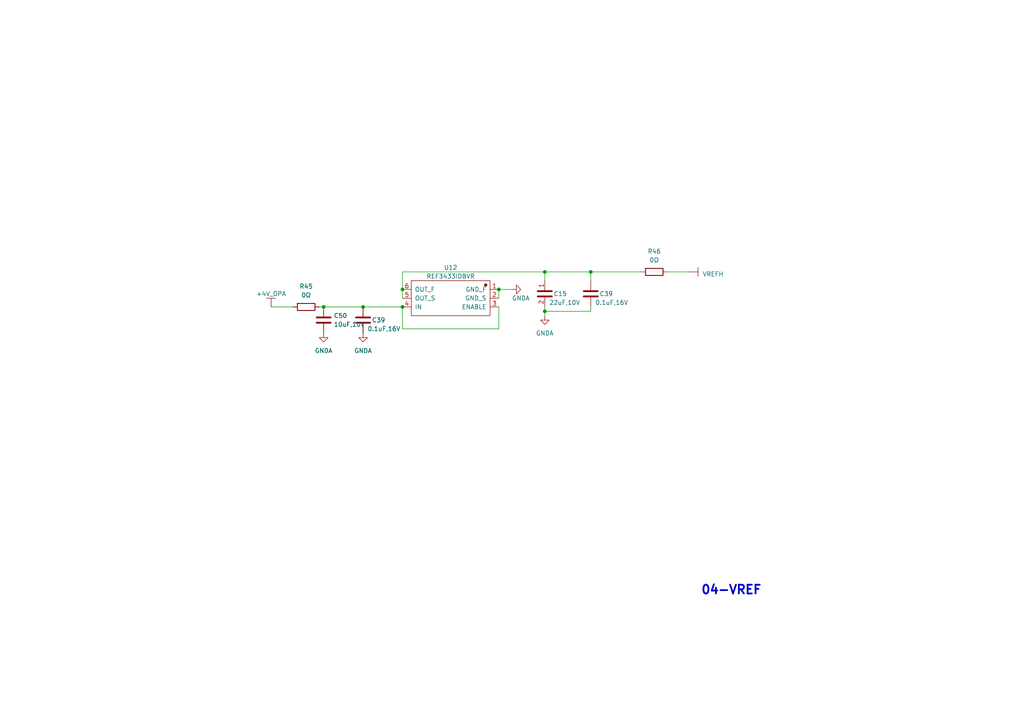
<source format=kicad_sch>
(kicad_sch (version 20230121) (generator eeschema)
  (paper "A4")
  (lib_symbols
    (symbol "00_HPM_power:+4V_OPA" (power) (pin_numbers hide) (pin_names (offset 0) hide) (in_bom no) (on_board no)
      (property "Value" "+4V_OPA" (at 0 3.81 0))
      (symbol "+4V_OPA_0_1"
        (polyline (pts (xy -1.27 2.54) (xy 1.27 2.54)))
      )
      (symbol "+4V_OPA_1_1"
        (pin power_in line (at 0 0 90) (length 2.54) (name "+4V_OPA") (number "1"))
      )
    )
    (symbol "00_HPM_power:GNDA" (power) (pin_names (offset 0))
      (property "Value" "GNDA" (at 0 -5.08 0))
      (symbol "GNDA_0_1"
        (polyline (pts (xy 0 0) (xy 0 -1.27) (xy 1.27 -1.27) (xy 0 -2.54) (xy -1.27 -1.27) (xy 0 -1.27)))
      )
      (symbol "GNDA_1_1"
        (pin power_in line (at 0 0 270) (length 0) hide (name "GNDA") (number "1"))
      )
    )
    (symbol "00_HPM_power:VREFH" (power) (pin_numbers hide) (pin_names (offset 0) hide) (in_bom no) (on_board no)
      (property "Value" "VREFH" (at 0 3.81 0))
      (symbol "VREFH_0_1"
        (polyline (pts (xy -1.27 2.54) (xy 1.27 2.54)))
      )
      (symbol "VREFH_1_1"
        (pin power_in line (at 0 0 90) (length 2.54) (name "VREFH") (number "1"))
      )
    )
    (symbol "02_HPM_Resistor:0Ω_0402" (pin_numbers hide) (pin_names (offset 0))
      (property "Reference" "R" (at 0 5.08 0))
      (property "Value" "0Ω" (at 0 8.89 0))
      (symbol "0Ω_0402_0_1"
        (rectangle (start 2.54 -1.016) (end -2.54 1.016) (stroke (width 0.254)))
      )
      (symbol "0Ω_0402_1_1"
        (pin passive line (at -3.81 0 0) (length 1.27) (name "~") (number "1"))
        (pin passive line (at 3.81 0 180) (length 1.27) (name "~") (number "2"))
      )
    )
    (symbol "03_HPM_Capacitance:0.1uF,16V_0402" (pin_numbers hide) (pin_names (offset 0.254))
      (property "Reference" "C" (at -1.27 10.16 0))
      (property "Value" "0.1uF,16V" (at -5.08 12.7 0))
      (symbol "0.1uF,16V_0402_0_1"
        (polyline (pts (xy -2.032 -0.762) (xy 2.032 -0.762)) (stroke (width 0.508)))
        (polyline (pts (xy -2.032 0.762) (xy 2.032 0.762)) (stroke (width 0.508)))
      )
      (symbol "0.1uF,16V_0402_1_1"
        (pin passive line (at 0 3.81 270) (length 2.794) (name "~") (number "1"))
        (pin passive line (at 0 -3.81 90) (length 2.794) (name "~") (number "2"))
      )
    )
    (symbol "03_HPM_Capacitance:10uF,10V_0402" (pin_numbers hide) (pin_names (offset 0.254))
      (property "Reference" "C" (at -3.81 15.24 0))
      (property "Value" "10uF,10V" (at -3.81 10.16 0))
      (symbol "10uF,10V_0402_0_1"
        (polyline (pts (xy -2.032 -0.762) (xy 2.032 -0.762)) (stroke (width 0.508)))
        (polyline (pts (xy -2.032 0.762) (xy 2.032 0.762)) (stroke (width 0.508)))
      )
      (symbol "10uF,10V_0402_1_1"
        (pin passive line (at 0 3.81 270) (length 2.794) (name "~") (number "1"))
        (pin passive line (at 0 -3.81 90) (length 2.794) (name "~") (number "2"))
      )
    )
    (symbol "03_HPM_Capacitance:22uF,10V_0805"
      (property "Reference" "C" (at 0 8.89 0))
      (property "Value" "22uF,10V" (at 0 13.97 0))
      (symbol "22uF,10V_0805_0_1"
        (polyline (pts (xy -2.032 -0.762) (xy 2.032 -0.762)) (stroke (width 0.508)))
        (polyline (pts (xy -2.032 0.762) (xy 2.032 0.762)) (stroke (width 0.508)))
      )
      (symbol "22uF,10V_0805_1_1"
        (pin passive line (at 0 3.81 270) (length 2.794) (name "~") (number "1"))
        (pin passive line (at 0 -3.81 90) (length 2.794) (name "~") (number "2"))
      )
    )
    (symbol "15_HPM_Libing:REF3433IDBVR" (pin_names (offset 1.016))
      (property "Reference" "U?" (at 0 7.6962 0))
      (property "Value" "REF3433IDBVR" (at 0 12.7762 0))
      (symbol "REF3433IDBVR_1_1"
        (rectangle (start -11.43 5.08) (end 11.43 -5.08) (stroke (width 0.1524)))
        (circle (center -10.16 3.81) (radius 0.381) (stroke (width 0.1524)) (fill (type outline)))
        (pin input line (at -13.97 2.54 0) (length 2.54) (name "GND_F") (number "1"))
        (pin input line (at -13.97 0 0) (length 2.54) (name "GND_S") (number "2"))
        (pin input line (at -13.97 -2.54 0) (length 2.54) (name "ENABLE") (number "3"))
        (pin input line (at 13.97 -2.54 180) (length 2.54) (name "IN") (number "4"))
        (pin input line (at 13.97 0 180) (length 2.54) (name "OUT_S") (number "5"))
        (pin input line (at 13.97 2.54 180) (length 2.54) (name "OUT_F") (number "6"))
      )
    )
  )
  (junction (at 158.0134 90.297))
  (junction (at 158.0134 78.867))
  (junction (at 105.3084 89.027))
  (junction (at 93.8784 89.027))
  (junction (at 171.3484 78.867))
  (junction (at 116.7384 89.027))
  (junction (at 144.6784 83.947))
  (junction (at 116.7384 83.947))
  (wire (pts (xy 171.3484 78.867) (xy 185.9534 78.867)))
  (wire (pts (xy 158.0134 90.297) (xy 158.0134 89.027)))
  (wire (pts (xy 158.0134 78.867) (xy 158.0134 81.407)))
  (wire (pts (xy 105.3084 89.027) (xy 116.7384 89.027)))
  (wire (pts (xy 158.0134 91.567) (xy 158.0134 90.297)))
  (wire (pts (xy 171.3484 89.027) (xy 171.3484 90.297)))
  (wire (pts (xy 116.7384 83.947) (xy 116.7384 78.867)))
  (wire (pts (xy 144.6784 95.377) (xy 116.7384 95.377)))
  (wire (pts (xy 144.6784 83.947) (xy 144.6784 86.487)))
  (wire (pts (xy 116.7384 95.377) (xy 116.7384 89.027)))
  (wire (pts (xy 116.7384 86.487) (xy 116.7384 83.947)))
  (wire (pts (xy 171.3484 81.407) (xy 171.3484 78.867)))
  (wire (pts (xy 148.4884 83.947) (xy 144.6784 83.947)))
  (wire (pts (xy 116.7384 78.867) (xy 158.0134 78.867)))
  (wire (pts (xy 78.6384 89.027) (xy 84.9884 89.027)))
  (wire (pts (xy 158.0134 78.867) (xy 171.3484 78.867)))
  (wire (pts (xy 144.6784 89.027) (xy 144.6784 95.377)))
  (wire (pts (xy 92.6084 89.027) (xy 93.8784 89.027)))
  (wire (pts (xy 199.9234 78.867) (xy 193.5734 78.867)))
  (wire (pts (xy 158.0134 90.297) (xy 171.3484 90.297)))
  (wire (pts (xy 93.8784 89.027) (xy 105.3084 89.027)))
  (text "04-VREF" (at 203.2 172.72 0) (effects (font (size 2.54 2.54) (thickness 0.508) bold) (justify left bottom)))
  (symbol (lib_id "15_HPM_Libing:REF3433IDBVR") (at 130.7084 86.487 0) (mirror y) (unit 1)
    (property "Reference" "U12" (at 130.7084 77.597 0))
    (property "Value" "REF3433IDBVR" (at 130.7084 80.137 0))
    (property "Footprint" "kicad_lceda:TSOT-23-6_L2.9-W1.6-P0.95-LS2.8-TL" (effects hide))
    (property "SuppliersPartNumber" "C882722" (effects hide))
    (property "uuid" "std:0c9ceb81bcbd48178b467e87fa28b230" (effects hide))
    (property "Model" " REF3433IDBVR" (effects hide))
    (property "Company" " TI(德州仪器)" (effects hide))
  )
  (symbol (lib_id "03_HPM_Capacitance:0.1uF,16V_0402") (at 171.3484 85.217 0) (unit 1)
    (property "Reference" "C39" (at 173.8884 85.217 0) (effects (justify left)))
    (property "Value" "0.1uF,16V" (at 172.6184 87.757 0) (effects (justify left)))
    (property "Footprint" "03_HPM_Capacitance:C_0402" (effects hide))
    (property "Model" "CL05B104KO5NNNC" (effects hide))
    (property "Company" "SAMSUNG(三星)" (effects hide))
    (instances (project "HPM62_63_144_ADC_EVK_RevB" (path "" (reference "C39") (unit 1)) (path "" (reference "C54") (unit 1))))
  )
  (symbol (lib_id "00_HPM_power:+4V_OPA") (at 78.6384 89.027 0) (unit 1) (in_bom no) (on_board no)
    (property "Reference" "#PWR057" (effects hide))
    (property "Value" "+4V_OPA" (at 78.6384 85.217 0))
    (instances (project "HPM62_63_144_ADC_EVK_RevB" (path "" (reference "#PWR057") (unit 1)) (path "" (reference "#PWR093") (unit 1))))
  )
  (symbol (lib_id "00_HPM_power:GNDA") (at 93.8784 96.647 0) (unit 1)
    (property "Reference" "#PWR074" (effects hide))
    (property "Value" "GNDA" (at 93.8784 101.727 0))
    (instances (project "HPM62_63_144_ADC_EVK_RevB" (path "" (reference "#PWR074") (unit 1)) (path "" (reference "#PWR094") (unit 1))))
  )
  (symbol (lib_id "03_HPM_Capacitance:22uF,10V_0805") (at 158.0134 85.217 0) (unit 1)
    (property "Reference" "C15" (at 160.5534 85.217 0) (effects (justify left)))
    (property "Value" "22uF,10V" (at 159.2834 87.757 0) (effects (justify left)))
    (property "Footprint" "03_HPM_Capacitance:C_0805_2012Metric" (effects hide))
    (property "Model" " CL21A226MPQNNNE" (effects hide))
    (property "Company" " SAMSUNG(三星) " (effects hide))
    (instances (project "HPM62_63_144_ADC_EVK_RevB" (path "" (reference "C15") (unit 1)) (path "" (reference "C52") (unit 1))))
  )
  (symbol (lib_id "00_HPM_power:GNDA") (at 148.4884 83.947 90) (unit 1)
    (property "Reference" "#PWR074" (effects hide))
    (property "Value" "GNDA" (at 148.4884 86.487 90) (effects (justify right)))
    (instances (project "HPM62_63_144_ADC_EVK_RevB" (path "" (reference "#PWR074") (unit 1)) (path "" (reference "#PWR096") (unit 1))))
  )
  (symbol (lib_id "02_HPM_Resistor:0Ω_0402") (at 189.7634 78.867 0) (unit 1)
    (property "Reference" "R46" (at 189.7634 72.898 0))
    (property "Value" "0Ω" (at 189.7634 75.438 0))
    (property "Footprint" "02_HPM_Resistor:R_0402_1005Metric" (effects hide))
    (property "Model" "RC0402JR-070RL" (effects hide))
    (property "Company" "YAGEO(国巨)" (effects hide))
  )
  (symbol (lib_id "00_HPM_power:GNDA") (at 158.0134 91.567 0) (unit 1)
    (property "Reference" "#PWR074" (effects hide))
    (property "Value" "GNDA" (at 158.0134 96.647 0))
    (instances (project "HPM62_63_144_ADC_EVK_RevB" (path "" (reference "#PWR074") (unit 1)) (path "" (reference "#PWR097") (unit 1))))
  )
  (symbol (lib_id "03_HPM_Capacitance:10uF,10V_0402") (at 93.8784 92.837 0) (unit 1)
    (property "Reference" "C50" (at 96.7994 91.567 0) (effects (justify left)))
    (property "Value" "10uF,10V" (at 96.7994 94.107 0) (effects (justify left)))
    (property "Footprint" "03_HPM_Capacitance:C_0402" (effects hide))
    (property "Model" "CL05A106MP5NUNC" (effects hide))
    (property "Company" " SAMSUNG(三星)" (effects hide))
  )
  (symbol (lib_id "00_HPM_power:GNDA") (at 105.3084 96.647 0) (unit 1)
    (property "Reference" "#PWR074" (effects hide))
    (property "Value" "GNDA" (at 105.3084 101.727 0))
    (instances (project "HPM62_63_144_ADC_EVK_RevB" (path "" (reference "#PWR074") (unit 1)) (path "" (reference "#PWR095") (unit 1))))
  )
  (symbol (lib_id "02_HPM_Resistor:0Ω_0402") (at 88.7984 89.027 0) (unit 1)
    (property "Reference" "R45" (at 88.7984 83.058 0))
    (property "Value" "0Ω" (at 88.7984 85.598 0))
    (property "Footprint" "02_HPM_Resistor:R_0402_1005Metric" (effects hide))
    (property "Model" "RC0402JR-070RL" (effects hide))
    (property "Company" "YAGEO(国巨)" (effects hide))
  )
  (symbol (lib_id "00_HPM_power:VREFH") (at 199.9234 78.867 270) (unit 1) (in_bom no) (on_board no)
    (property "Reference" "#PWR098" (effects hide))
    (property "Value" "VREFH" (at 203.7334 79.502 90) (effects (justify left)))
  )
  (symbol (lib_id "03_HPM_Capacitance:0.1uF,16V_0402") (at 105.3084 92.837 0) (unit 1)
    (property "Reference" "C39" (at 107.8484 92.837 0) (effects (justify left)))
    (property "Value" "0.1uF,16V" (at 106.5784 95.377 0) (effects (justify left)))
    (property "Footprint" "03_HPM_Capacitance:C_0402" (effects hide))
    (property "Model" "CL05B104KO5NNNC" (effects hide))
    (property "Company" "SAMSUNG(三星)" (effects hide))
    (instances (project "HPM62_63_144_ADC_EVK_RevB" (path "" (reference "C39") (unit 1)) (path "" (reference "C51") (unit 1))))
  )
)
</source>
